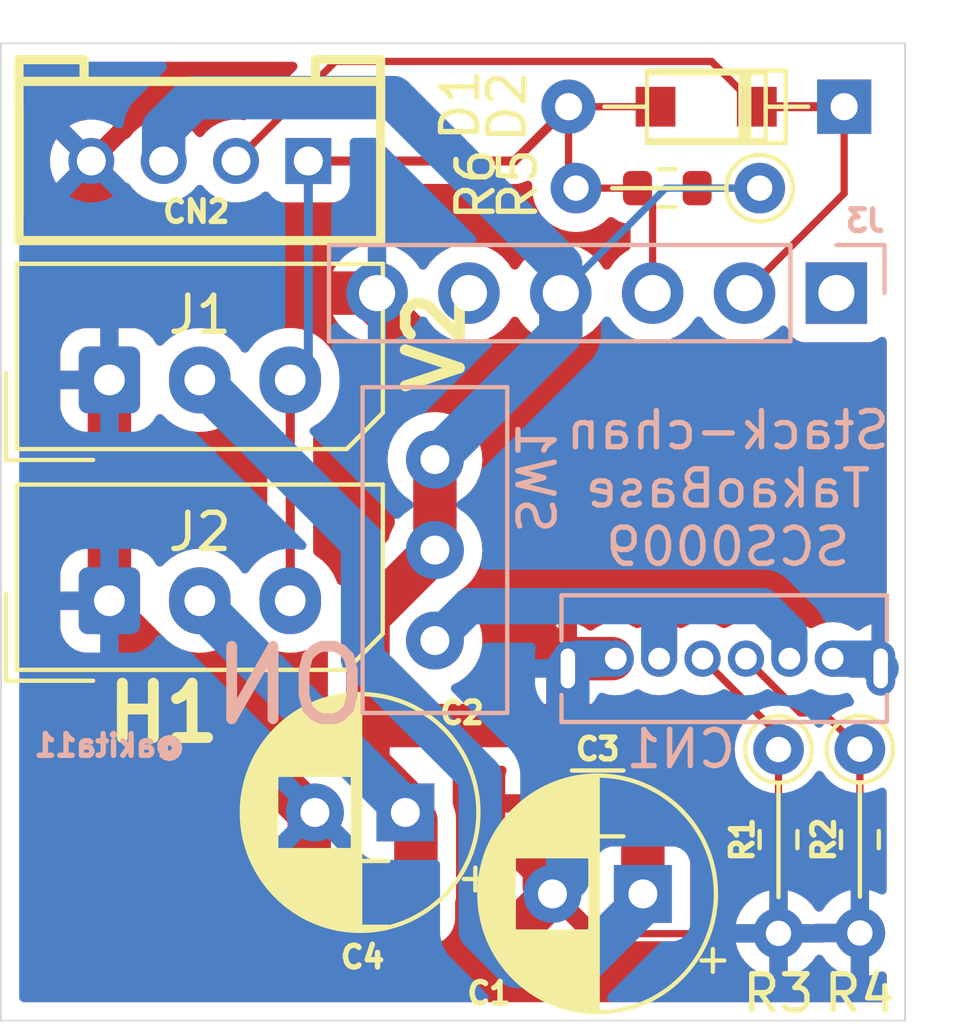
<source format=kicad_pcb>
(kicad_pcb (version 20211014) (generator pcbnew)
  (layers (0 "F.Cu" signal) (31 "B.Cu" signal) (34 "B.Paste" user) (35 "F.Paste" user) (36 "B.SilkS" user "B.Silkscreen") (37 "F.SilkS" user "F.Silkscreen") (38 "B.Mask" user) (39 "F.Mask" user) (44 "Edge.Cuts" user))
  (net 0 "")
  (net 1 "+5V")
  (net 2 "GND")
  (net 3 "Net-(CN1-PadA5)")
  (net 4 "Net-(CN1-PadA9)")
  (net 5 "Net-(CN1-PadB5)")
  (net 6 "/TXD")
  (net 7 "/RXD")
  (footprint "Diode_SMD:D_SOD-123F" (layer "F.Cu") (at 19.5 1.75 180)
    (fp_text reference "D1" (at 6.8 0.05 90) (layer "F.SilkS"))
    (fp_text value "D")
    (fp_line (start -2.2 -1) (end -2.2 1) (layer "F.SilkS") (width 0.12))
    (fp_line (start -2.2 -1) (end 1.65 -1) (layer "F.SilkS") (width 0.12))
    (fp_line (start -2.2 1) (end 1.65 1) (layer "F.SilkS") (width 0.12))
    (pad "1" smd rect locked (at -1.4 0 180) (size 1.1 1.1) (layers "F.Cu" "F.Paste" "F.Mask") (net 6 "/TXD"))
    (pad "2" smd rect locked (at 1.4 0 180) (size 1.1 1.1) (layers "F.Cu" "F.Paste" "F.Mask") (net 7 "/RXD"))
  )
  (footprint "Resistor_SMD:R_0603_1608Metric" (layer "F.Cu") (at 18.425 4 180)
    (fp_text reference "R6" (at 5.3 0.1 90) (layer "F.SilkS"))
    (fp_text value "1k")
    (fp_line (start -0.237258 -0.5225) (end 0.237258 -0.5225) (layer "F.SilkS") (width 0.12))
    (fp_line (start -0.237258 0.5225) (end 0.237258 0.5225) (layer "F.SilkS") (width 0.12))
    (pad "1" smd roundrect (at -0.825 0 180) (size 0.8 0.95) (layers "F.Cu" "F.Paste" "F.Mask") (net 1 "+5V"))
    (pad "2" smd roundrect (at 0.825 0 180) (size 0.8 0.95) (layers "F.Cu" "F.Paste" "F.Mask") (net 7 "/RXD"))
  )
  (footprint "akita:CON_GROVE_V" (layer "F.Cu") (at 5.5 3.25 180)
    (fp_text reference "CN2" (at -0.9 -1.75 180) (layer "F.SilkS") (effects (font (size 0.6 0.6)) (justify right bottom)))
    (fp_text value "CON_GROVE")
    (fp_line (start -5 -2.2) (end 5 -2.2) (layer "F.SilkS") (width 0.254))
    (fp_line (start 3.2 2.8) (end 5 2.8) (layer "F.SilkS") (width 0.254))
    (fp_line (start -3.2 2.2) (end 3.2 2.2) (layer "F.SilkS") (width 0.254))
    (fp_line (start 3.2 2.2) (end 3.2 2.8) (layer "F.SilkS") (width 0.254))
    (fp_line (start -5 2.2) (end -5 2.8) (layer "F.SilkS") (width 0.254))
    (fp_line (start -3.2 2.8) (end -3.2 2.2) (layer "F.SilkS") (width 0.254))
    (fp_line (start 5 -1.5) (end 5 1.5) (layer "F.SilkS") (width 0.254))
    (fp_line (start -5 -2.2) (end -5 2.2) (layer "F.SilkS") (width 0.254))
    (fp_line (start -5 2.8) (end -3.2 2.8) (layer "F.SilkS") (width 0.254))
    (fp_line (start 5 2.8) (end 5 2.2) (layer "F.SilkS") (width 0.254))
    (fp_line (start -5 2.2) (end -3.2 2.2) (layer "F.SilkS") (width 0.254))
    (fp_line (start 5 2.2) (end 5 -2.2) (layer "F.SilkS") (width 0.254))
    (fp_line (start -5 -1) (end -5 1) (layer "F.SilkS") (width 0.127))
    (fp_line (start 3.2 2.2) (end 5 2.2) (layer "F.SilkS") (width 0.254))
    (pad "1" thru_hole rect locked (at -3 0 180) (size 1.27 1.27) (drill 0.8) (layers *.Cu *.Mask) (net 7 "/RXD"))
    (pad "2" thru_hole circle locked (at -1 0 180) (size 1.27 1.27) (drill 0.8) (layers *.Cu *.Mask) (net 6 "/TXD"))
    (pad "3" thru_hole circle locked (at 1 0 180) (size 1.27 1.27) (drill 0.8) (layers *.Cu *.Mask) (net 1 "+5V"))
    (pad "4" thru_hole circle locked (at 3 0 180) (size 1.27 1.27) (drill 0.8) (layers *.Cu *.Mask) (net 2 "GND"))
  )
  (footprint "Capacitor_SMD:C_1206_3216Metric" (layer "F.Cu") (at 16.5 21 180)
    (fp_text reference "C3" (at 0 1.5 180) (layer "F.SilkS") (effects (font (size 0.6 0.6))))
    (fp_text value "100u")
    (fp_line (start -0.711252 -0.91) (end 0.711252 -0.91) (layer "F.SilkS") (width 0.12))
    (fp_line (start -0.711252 0.91) (end 0.711252 0.91) (layer "F.SilkS") (width 0.12))
    (pad "1" smd roundrect locked (at -1.475 0 180) (size 1.15 1.8) (layers "F.Cu" "F.Paste" "F.Mask") (roundrect_rratio 0.2173913043) (net 1 "+5V"))
    (pad "2" smd roundrect locked (at 1.475 0 180) (size 1.15 1.8) (layers "F.Cu" "F.Paste" "F.Mask") (roundrect_rratio 0.2173913043) (net 2 "GND"))
  )
  (footprint "Connector_Molex:Molex_SPOX_5267-03A_1x03_P2.50mm_Vertical" (layer "F.Cu") (at 3 9.3)
    (fp_text reference "J1" (at 2.5 -1.8) (layer "F.SilkS"))
    (fp_text value "Conn_01x03")
    (fp_line (start 7.56 0.91) (end 7.56 -3.21) (layer "F.SilkS") (width 0.12))
    (fp_line (start 7.56 -3.21) (end -2.56 -3.21) (layer "F.SilkS") (width 0.12))
    (fp_line (start 6.56 1.91) (end 7.56 0.91) (layer "F.SilkS") (width 0.12))
    (fp_line (start -2.86 -0.2) (end -2.86 2.21) (layer "F.SilkS") (width 0.12))
    (fp_line (start -2.86 2.21) (end -0.45 2.21) (layer "F.SilkS") (width 0.12))
    (fp_line (start -2.56 1.91) (end 6.56 1.91) (layer "F.SilkS") (width 0.12))
    (fp_line (start -2.56 -3.21) (end -2.56 1.91) (layer "F.SilkS") (width 0.12))
    (pad "1" thru_hole roundrect locked (at 0 0) (size 1.7 1.85) (drill 0.85) (layers *.Cu *.Mask) (roundrect_rratio 0.1470588235) (net 2 "GND"))
    (pad "2" thru_hole oval locked (at 2.5 0) (size 1.7 1.85) (drill 0.85) (layers *.Cu *.Mask) (net 1 "+5V"))
    (pad "3" thru_hole oval locked (at 5 0) (size 1.7 1.85) (drill 0.85) (layers *.Cu *.Mask) (net 7 "/RXD"))
  )
  (footprint "Resistor_SMD:R_0603_1608Metric" (layer "F.Cu") (at 23.75 22 -90)
    (fp_text reference "R2" (at 0 1 90) (layer "F.SilkS") (effects (font (size 0.6 0.6))))
    (fp_text value "5.1k")
    (fp_line (start -0.237258 -0.5225) (end 0.237258 -0.5225) (layer "F.SilkS") (width 0.12))
    (fp_line (start -0.237258 0.5225) (end 0.237258 0.5225) (layer "F.SilkS") (width 0.12))
    (pad "1" smd roundrect locked (at -0.825 0 270) (size 0.8 0.95) (layers "F.Cu" "F.Paste" "F.Mask") (net 3 "Net-(CN1-PadA5)"))
    (pad "2" smd roundrect locked (at 0.825 0 270) (size 0.8 0.95) (layers "F.Cu" "F.Paste" "F.Mask") (net 2 "GND"))
  )
  (footprint "Capacitor_THT:CP_Radial_D6.3mm_P2.50mm" (layer "F.Cu") (at 11.18238 21.25 180)
    (fp_text reference "C2" (at -1.56762 2.75 180) (layer "F.SilkS") (effects (font (size 0.6 0.6))))
    (fp_text value "100u")
    (fp_line (start 3.211 1.04) (end 3.211 2.578) (layer "F.SilkS") (width 0.12))
    (fp_line (start 2.851 1.04) (end 2.851 2.812) (layer "F.SilkS") (width 0.12))
    (fp_line (start 4.251 -1.262) (end 4.251 1.262) (layer "F.SilkS") (width 0.12))
    (fp_line (start 3.131 1.04) (end 3.131 2.636) (layer "F.SilkS") (width 0.12))
    (fp_line (start 1.25 -3.23) (end 1.25 3.23) (layer "F.SilkS") (width 0.12))
    (fp_line (start 3.691 -2.137) (end 3.691 2.137) (layer "F.SilkS") (width 0.12))
    (fp_line (start 2.371 1.04) (end 2.371 3.033) (layer "F.SilkS") (width 0.12))
    (fp_line (start 2.731 1.04) (end 2.731 2.876) (layer "F.SilkS") (width 0.12))
    (fp_line (start 3.771 -2.044) (end 3.771 2.044) (layer "F.SilkS") (width 0.12))
    (fp_line (start 2.491 1.04) (end 2.491 2.986) (layer "F.SilkS") (width 0.12))
    (fp_line (start 2.371 -3.033) (end 2.371 -1.04) (layer "F.SilkS") (width 0.12))
    (fp_line (start 3.811 -1.995) (end 3.811 1.995) (layer "F.SilkS") (width 0.12))
    (fp_line (start 3.731 -2.092) (end 3.731 2.092) (layer "F.SilkS") (width 0.12))
    (fp_line (start 2.171 -3.098) (end 2.171 -1.04) (layer "F.SilkS") (width 0.12))
    (fp_line (start 1.29 -3.23) (end 1.29 3.23) (layer "F.SilkS") (width 0.12))
    (fp_line (start 1.45 -3.224) (end 1.45 3.224) (layer "F.SilkS") (width 0.12))
    (fp_line (start 1.65 1.04) (end 1.65 3.206) (layer "F.SilkS") (width 0.12))
    (fp_line (start 2.931 1.04) (end 2.931 2.766) (layer "F.SilkS") (width 0.12))
    (fp_line (start 2.691 -2.896) (end 2.691 -1.04) (layer "F.SilkS") (width 0.12))
    (fp_line (start 3.371 1.04) (end 3.371 2.45) (layer "F.SilkS") (width 0.12))
    (fp_line (start 2.611 1.04) (end 2.611 2.934) (layer "F.SilkS") (width 0.12))
    (fp_line (start 2.331 -3.047) (end 2.331 -1.04) (layer "F.SilkS") (width 0.12))
    (fp_line (start 1.57 1.04) (end 1.57 3.215) (layer "F.SilkS") (width 0.12))
    (fp_line (start 2.651 -2.916) (end 2.651 -1.04) (layer "F.SilkS") (width 0.12))
    (fp_line (start 2.131 -3.11) (end 2.131 -1.04) (layer "F.SilkS") (width 0.12))
    (fp_line (start 2.451 -3.002) (end 2.451 -1.04) (layer "F.SilkS") (width 0.12))
    (fp_line (start 3.211 -2.578) (end 3.211 -1.04) (layer "F.SilkS") (width 0.12))
    (fp_line (start 4.211 -1.35) (end 4.211 1.35) (layer "F.SilkS") (width 0.12))
    (fp_line (start 2.291 -3.061) (end 2.291 -1.04) (layer "F.SilkS") (width 0.12))
    (fp_line (start 2.331 1.04) (end 2.331 3.047) (layer "F.SilkS") (width 0.12))
    (fp_line (start 4.051 -1.65) (end 4.051 1.65) (layer "F.SilkS") (width 0.12))
    (fp_line (start 1.69 -3.201) (end 1.69 -1.04) (layer "F.SilkS") (width 0.12))
    (fp_line (start 3.651 -2.182) (end 3.651 2.182) (layer "F.SilkS") (width 0.12))
    (fp_line (start 3.131 -2.636) (end 3.131 -1.04) (layer "F.SilkS") (width 0.12))
    (fp_line (start 1.53 -3.218) (end 1.53 -1.04) (layer "F.SilkS") (width 0.12))
    (fp_line (start 1.93 1.04) (end 1.93 3.159) (layer "F.SilkS") (width 0.12))
    (fp_line (start 3.011 1.04) (end 3.011 2.716) (layer "F.SilkS") (width 0.12))
    (fp_line (start 2.091 -3.121) (end 2.091 -1.04) (layer "F.SilkS") (width 0.12))
    (fp_line (start 2.571 -2.952) (end 2.571 -1.04) (layer "F.SilkS") (width 0.12))
    (fp_line (start 2.971 -2.742) (end 2.971 -1.04) (layer "F.SilkS") (width 0.12))
    (fp_line (start 3.251 1.04) (end 3.251 2.548) (layer "F.SilkS") (width 0.12))
    (fp_line (start 4.411 -0.802) (end 4.411 0.802) (layer "F.SilkS") (width 0.12))
    (fp_line (start 2.731 -2.876) (end 2.731 -1.04) (layer "F.SilkS") (width 0.12))
    (fp_line (start 3.611 -2.224) (end 3.611 2.224) (layer "F.SilkS") (width 0.12))
    (fp_line (start 3.451 1.04) (end 3.451 2.38) (layer "F.SilkS") (width 0.12))
    (fp_line (start 1.73 1.04) (end 1.73 3.195) (layer "F.SilkS") (width 0.12))
    (fp_line (start 4.291 -1.165) (end 4.291 1.165) (layer "F.SilkS") (width 0.12))
    (fp_line (start 1.89 1.04) (end 1.89 3.167) (layer "F.SilkS") (width 0.12))
    (fp_line (start 3.291 -2.516) (end 3.291 -1.04) (layer "F.SilkS") (width 0.12))
    (fp_line (start 2.411 1.04) (end 2.411 3.018) (layer "F.SilkS") (width 0.12))
    (fp_line (start 1.77 -3.189) (end 1.77 -1.04) (layer "F.SilkS") (width 0.12))
    (fp_line (start 1.85 1.04) (end 1.85 3.175) (layer "F.SilkS") (width 0.12))
    (fp_line (start 3.051 1.04) (end 3.051 2.69) (layer "F.SilkS") (width 0.12))
    (fp_line (start 1.61 -3.211) (end 1.61 -1.04) (layer "F.SilkS") (width 0.12))
    (fp_line (start 3.491 1.04) (end 3.491 2.343) (layer "F.SilkS") (width 0.12))
    (fp_line (start 1.81 1.04) (end 1.81 3.182) (layer "F.SilkS") (width 0.12))
    (fp_line (start 3.571 -2.265) (end 3.571 2.265) (layer "F.SilkS") (width 0.12))
    (fp_line (start 3.531 -2.305) (end 3.531 -1.04) (layer "F.SilkS") (width 0.12))
    (fp_line (start 4.451 -0.633) (end 4.451 0.633) (layer "F.SilkS") (width 0.12))
    (fp_line (start 2.251 -3.074) (end 2.251 -1.04) (layer "F.SilkS") (width 0.12))
    (fp_line (start 3.971 -1.776) (end 3.971 1.776) (layer "F.SilkS") (width 0.12))
    (fp_line (start -2.250241 -1.839) (end -1.620241 -1.839) (layer "F.SilkS") (width 0.12))
    (fp_line (start 2.251 1.04) (end 2.251 3.074) (layer "F.SilkS") (width 0.12))
    (fp_line (start 1.73 -3.195) (end 1.73 -1.04) (layer "F.SilkS") (width 0.12))
    (fp_line (start 3.531 1.04) (end 3.531 2.305) (layer "F.SilkS") (width 0.12))
    (fp_line (start 3.171 1.04) (end 3.171 2.607) (layer "F.SilkS") (width 0.12))
    (fp_line (start 4.371 -0.94) (end 4.371 0.94) (layer "F.SilkS") (width 0.12))
    (fp_line (start 3.371 -2.45) (end 3.371 -1.04) (layer "F.SilkS") (width 0.12))
    (fp_line (start 1.69 1.04) (end 1.69 3.201) (layer "F.SilkS") (width 0.12))
    (fp_line (start 2.531 1.04) (end 2.531 2.97) (layer "F.SilkS") (width 0.12))
    (fp_line (start 2.891 1.04) (end 2.891 2.79) (layer "F.SilkS") (width 0.12))
    (fp_line (start 1.971 -3.15) (end 1.971 -1.04) (layer "F.SilkS") (width 0.12))
    (fp_line (start 2.211 1.04) (end 2.211 3.086) (layer "F.SilkS") (width 0.12))
    (fp_line (start 2.531 -2.97) (end 2.531 -1.04) (layer "F.SilkS") (width 0.12))
    (fp_line (start 4.331 -1.059) (end 4.331 1.059) (layer "F.SilkS") (width 0.12))
    (fp_line (start 4.091 -1.581) (end 4.091 1.581) (layer "F.SilkS") (width 0.12))
    (fp_line (start 2.171 1.04) (end 2.171 3.098) (layer "F.SilkS") (width 0.12))
    (fp_line (start 3.051 -2.69) (end 3.051 -1.04) (layer "F.SilkS") (width 0.12))
    (fp_line (start 4.011 -1.714) (end 4.011 1.714) (layer "F.SilkS") (width 0.12))
    (fp_line (start 2.971 1.04) (end 2.971 2.742) (layer "F.SilkS") (width 0.12))
    (fp_line (start 3.931 -1.834) (end 3.931 1.834) (layer "F.SilkS") (width 0.12))
    (fp_line (start 2.211 -3.086) (end 2.211 -1.04) (layer "F.SilkS") (width 0.12))
    (fp_line (start -1.935241 -2.154) (end -1.935241 -1.524) (layer "F.SilkS") (width 0.12))
    (fp_line (start 1.49 -3.222) (end 1.49 -1.04) (layer "F.SilkS") (width 0.12))
    (fp_line (start 1.41 -3.227) (end 1.41 3.227) (layer "F.SilkS") (width 0.12))
    (fp_line (start 1.89 -3.167) (end 1.89 -1.04) (layer "F.SilkS") (width 0.12))
    (fp_line (start 3.331 -2.484) (end 3.331 -1.04) (layer "F.SilkS") (width 0.12))
    (fp_line (start 3.451 -2.38) (end 3.451 -1.04) (layer "F.SilkS") (width 0.12))
    (fp_line (start 2.411 -3.018) (end 2.411 -1.04) (layer "F.SilkS") (width 0.12))
    (fp_line (start 4.131 -1.509) (end 4.131 1.509) (layer "F.SilkS") (width 0.12))
    (fp_line (start 3.251 -2.548) (end 3.251 -1.04) (layer "F.SilkS") (width 0.12))
    (fp_line (start 3.091 1.04) (end 3.091 2.664) (layer "F.SilkS") (width 0.12))
    (fp_line (start 2.131 1.04) (end 2.131 3.11) (layer "F.SilkS") (width 0.12))
    (fp_line (start 1.61 1.04) (end 1.61 3.211) (layer "F.SilkS") (width 0.12))
    (fp_line (start 3.011 -2.716) (end 3.011 -1.04) (layer "F.SilkS") (width 0.12))
    (fp_line (start 4.171 -1.432) (end 4.171 1.432) (layer "F.SilkS") (width 0.12))
    (fp_line (start 1.49 1.04) (end 1.49 3.222) (layer "F.SilkS") (width 0.12))
    (fp_line (start 1.37 -3.228) (end 1.37 3.228) (layer "F.SilkS") (width 0.12))
    (fp_line (start 3.411 1.04) (end 3.411 2.416) (layer "F.SilkS") (width 0.12))
    (fp_line (start 3.091 -2.664) (end 3.091 -1.04) (layer "F.SilkS") (width 0.12))
    (fp_line (start 4.491 -0.402) (end 4.491 0.402) (layer "F.SilkS") (width 0.12))
    (fp_line (start 2.011 -3.141) (end 2.011 -1.04) (layer "F.SilkS") (width 0.12))
    (fp_line (start 1.65 -3.206) (end 1.65 -1.04) (layer "F.SilkS") (width 0.12))
    (fp_line (start 2.051 -3.131) (end 2.051 -1.04) (layer "F.SilkS") (width 0.12))
    (fp_line (start 3.891 -1.89) (end 3.891 1.89) (layer "F.SilkS") (width 0.12))
    (fp_line (start 1.57 -3.215) (end 1.57 -1.04) (layer "F.SilkS") (width 0.12))
    (fp_line (start 1.81 -3.182) (end 1.81 -1.04) (layer "F.SilkS") (width 0.12))
    (fp_line (start 3.411 -2.416) (end 3.411 -1.04) (layer "F.SilkS") (width 0.12))
    (fp_line (start 2.451 1.04) (end 2.451 3.002) (layer "F.SilkS") (width 0.12))
    (fp_line (start 2.891 -2.79) (end 2.891 -1.04) (layer "F.SilkS") (width 0.12))
    (fp_line (start 2.011 1.04) (end 2.011 3.141) (layer "F.SilkS") (width 0.12))
    (fp_line (start 2.811 1.04) (end 2.811 2.834) (layer "F.SilkS") (width 0.12))
    (fp_line (start 2.571 1.04) (end 2.571 2.952) (layer "F.SilkS") (width 0.12))
    (fp_line (start 1.77 1.04) (end 1.77 3.189) (layer "F.SilkS") (width 0.12))
    (fp_line (start 1.85 -3.175) (end 1.85 -1.04) (layer "F.SilkS") (width 0.12))
    (fp_line (start 1.93 -3.159) (end 1.93 -1.04) (layer "F.SilkS") (width 0.12))
    (fp_line (start 2.691 1.04) (end 2.691 2.896) (layer "F.SilkS") (width 0.12))
    (fp_line (start 2.811 -2.834) (end 2.811 -1.04) (layer "F.SilkS") (width 0.12))
    (fp_line (start 3.851 -1.944) (end 3.851 1.944) (layer "F.SilkS") (width 0.12))
    (fp_line (start 2.051 1.04) (end 2.051 3.131) (layer "F.SilkS") (width 0.12))
    (fp_line (start 2.291 1.04) (end 2.291 3.061) (layer "F.SilkS") (width 0.12))
    (fp_line (start 1.53 1.04) (end 1.53 3.218) (layer "F.SilkS") (width 0.12))
    (fp_line (start 1.33 -3.23) (end 1.33 3.23) (layer "F.SilkS") (width 0.12))
    (fp_line (start 2.091 1.04) (end 2.091 3.121) (layer "F.SilkS") (width 0.12))
    (fp_line (start 2.851 -2.812) (end 2.851 -1.04) (layer "F.SilkS") (width 0.12))
    (fp_line (start 2.491 -2.986) (end 2.491 -1.04) (layer "F.SilkS") (width 0.12))
    (fp_line (start 3.291 1.04) (end 3.291 2.516) (layer "F.SilkS") (width 0.12))
    (fp_line (start 2.611 -2.934) (end 2.611 -1.04) (layer "F.SilkS") (width 0.12))
    (fp_line (start 2.771 1.04) (end 2.771 2.856) (layer "F.SilkS") (width 0.12))
    (fp_line (start 2.651 1.04) (end 2.651 2.916) (layer "F.SilkS") (width 0.12))
    (fp_line (start 2.771 -2.856) (end 2.771 -1.04) (layer "F.SilkS") (width 0.12))
    (fp_line (start 2.931 -2.766) (end 2.931 -1.04) (layer "F.SilkS") (width 0.12))
    (fp_line (start 3.331 1.04) (end 3.331 2.484) (layer "F.SilkS") (width 0.12))
    (fp_line (start 3.171 -2.607) (end 3.171 -1.04) (layer "F.SilkS") (width 0.12))
    (fp_line (start 3.491 -2.343) (end 3.491 -1.04) (layer "F.SilkS") (width 0.12))
    (fp_line (start 1.971 1.04) (end 1.971 3.15) (layer "F.SilkS") (width 0.12))
    (fp_circle (center 1.25 0) (end 4.52 0) (layer "F.SilkS") (width 0.12) (fill none))
    (pad "1" thru_hole rect locked (at 0 0 180) (size 1.6 1.6) (drill 0.8) (layers *.Cu *.Mask) (net 1 "+5V"))
    (pad "2" thru_hole circle locked (at 2.5 0 180) (size 1.6 1.6) (drill 0.8) (layers *.Cu *.Mask) (net 2 "GND"))
  )
  (footprint "Resistor_THT:R_Axial_DIN0204_L3.6mm_D1.6mm_P5.08mm_Vertical" (layer "F.Cu") (at 21.5 19.51 -90)
    (fp_text reference "R3" (at 6.74 0 180) (layer "F.SilkS"))
    (fp_text value "5.1k")
    (fp_line (start 0.92 0) (end 4.08 0) (layer "F.SilkS") (width 0.12))
    (fp_circle (center 0 0) (end 0.92 0) (layer "F.SilkS") (width 0.12) (fill none))
    (pad "1" thru_hole circle locked (at 0 0 270) (size 1.4 1.4) (drill 0.7) (layers *.Cu *.Mask) (net 5 "Net-(CN1-PadB5)"))
    (pad "2" thru_hole oval locked (at 5.08 0 270) (size 1.4 1.4) (drill 0.7) (layers *.Cu *.Mask) (net 2 "GND"))
  )
  (footprint "Resistor_THT:R_Axial_DIN0204_L3.6mm_D1.6mm_P5.08mm_Vertical" (layer "F.Cu") (at 23.75 19.5 -90)
    (fp_text reference "R4" (at 6.75 0 180) (layer "F.SilkS"))
    (fp_text value "5.1k")
    (fp_line (start 0.92 0) (end 4.08 0) (layer "F.SilkS") (width 0.12))
    (fp_circle (center 0 0) (end 0.92 0) (layer "F.SilkS") (width 0.12) (fill none))
    (pad "1" thru_hole circle locked (at 0 0 270) (size 1.4 1.4) (drill 0.7) (layers *.Cu *.Mask) (net 3 "Net-(CN1-PadA5)"))
    (pad "2" thru_hole oval locked (at 5.08 0 270) (size 1.4 1.4) (drill 0.7) (layers *.Cu *.Mask) (net 2 "GND"))
  )
  (footprint "Capacitor_SMD:C_1206_3216Metric" (layer "F.Cu") (at 10 23.5 180)
    (fp_text reference "C4" (at 0 -1.75) (layer "F.SilkS") (effects (font (size 0.6 0.6))))
    (fp_text value "100u")
    (fp_line (start -0.711252 -0.91) (end 0.711252 -0.91) (layer "F.SilkS") (width 0.12))
    (fp_line (start -0.711252 0.91) (end 0.711252 0.91) (layer "F.SilkS") (width 0.12))
    (pad "1" smd roundrect locked (at -1.475 0 180) (size 1.15 1.8) (layers "F.Cu" "F.Paste" "F.Mask") (roundrect_rratio 0.2173913043) (net 1 "+5V"))
    (pad "2" smd roundrect locked (at 1.475 0 180) (size 1.15 1.8) (layers "F.Cu" "F.Paste" "F.Mask") (roundrect_rratio 0.2173913043) (net 2 "GND"))
  )
  (footprint "Diode_THT:D_DO-34_SOD68_P7.62mm_Horizontal" (layer "F.Cu") (at 23.315 1.75 180)
    (fp_text reference "D2" (at 9.315 0 90) (layer "F.SilkS"))
    (fp_text value "D")
    (fp_line (start 2.866 -0.92) (end 2.866 0.92) (layer "F.SilkS") (width 0.12))
    (fp_line (start 2.746 -0.92) (end 2.746 0.92) (layer "F.SilkS") (width 0.12))
    (fp_line (start 5.45 0.92) (end 5.45 -0.92) (layer "F.SilkS") (width 0.12))
    (fp_line (start 2.17 -0.92) (end 2.17 0.92) (layer "F.SilkS") (width 0.12))
    (fp_line (start 2.17 0.92) (end 5.45 0.92) (layer "F.SilkS") (width 0.12))
    (fp_line (start 0.99 0) (end 2.17 0) (layer "F.SilkS") (width 0.12))
    (fp_line (start 5.45 -0.92) (end 2.17 -0.92) (layer "F.SilkS") (width 0.12))
    (fp_line (start 2.626 -0.92) (end 2.626 0.92) (layer "F.SilkS") (width 0.12))
    (fp_line (start 6.63 0) (end 5.45 0) (layer "F.SilkS") (width 0.12))
    (pad "1" thru_hole rect locked (at 0 0 180) (size 1.5 1.5) (drill 0.75) (layers *.Cu *.Mask) (net 6 "/TXD"))
    (pad "2" thru_hole oval locked (at 7.62 0 180) (size 1.5 1.5) (drill 0.75) (layers *.Cu *.Mask) (net 7 "/RXD"))
  )
  (footprint "Capacitor_THT:CP_Radial_D6.3mm_P2.50mm" (layer "F.Cu") (at 17.75 23.5 180)
    (fp_text reference "C1" (at 4.25 -2.75) (layer "F.SilkS") (effects (font (size 0.6 0.6))))
    (fp_text value "100u")
    (fp_line (start 2.651 1.04) (end 2.651 2.916) (layer "F.SilkS") (width 0.12))
    (fp_line (start 1.69 -3.201) (end 1.69 -1.04) (layer "F.SilkS") (width 0.12))
    (fp_line (start 2.891 -2.79) (end 2.891 -1.04) (layer "F.SilkS") (width 0.12))
    (fp_line (start 1.61 1.04) (end 1.61 3.211) (layer "F.SilkS") (width 0.12))
    (fp_line (start 1.85 -3.175) (end 1.85 -1.04) (layer "F.SilkS") (width 0.12))
    (fp_line (start 3.091 -2.664) (end 3.091 -1.04) (layer "F.SilkS") (width 0.12))
    (fp_line (start 4.331 -1.059) (end 4.331 1.059) (layer "F.SilkS") (width 0.12))
    (fp_line (start 3.611 -2.224) (end 3.611 2.224) (layer "F.SilkS") (width 0.12))
    (fp_line (start 2.851 -2.812) (end 2.851 -1.04) (layer "F.SilkS") (width 0.12))
    (fp_line (start 2.691 1.04) (end 2.691 2.896) (layer "F.SilkS") (width 0.12))
    (fp_line (start 3.771 -2.044) (end 3.771 2.044) (layer "F.SilkS") (width 0.12))
    (fp_line (start 2.171 1.04) (end 2.171 3.098) (layer "F.SilkS") (width 0.12))
    (fp_line (start 3.371 -2.45) (end 3.371 -1.04) (layer "F.SilkS") (width 0.12))
    (fp_line (start 1.61 -3.211) (end 1.61 -1.04) (layer "F.SilkS") (width 0.12))
    (fp_line (start 2.091 -3.121) (end 2.091 -1.04) (layer "F.SilkS") (width 0.12))
    (fp_line (start 2.291 -3.061) (end 2.291 -1.04) (layer "F.SilkS") (width 0.12))
    (fp_line (start 3.091 1.04) (end 3.091 2.664) (layer "F.SilkS") (width 0.12))
    (fp_line (start 1.73 -3.195) (end 1.73 -1.04) (layer "F.SilkS") (width 0.12))
    (fp_line (start 3.251 -2.548) (end 3.251 -1.04) (layer "F.SilkS") (width 0.12))
    (fp_line (start 2.891 1.04) (end 2.891 2.79) (layer "F.SilkS") (width 0.12))
    (fp_line (start 2.491 1.04) (end 2.491 2.986) (layer "F.SilkS") (width 0.12))
    (fp_line (start 1.65 1.04) (end 1.65 3.206) (layer "F.SilkS") (width 0.12))
    (fp_line (start 1.77 1.04) (end 1.77 3.189) (layer "F.SilkS") (width 0.12))
    (fp_line (start 4.091 -1.581) (end 4.091 1.581) (layer "F.SilkS") (width 0.12))
    (fp_line (start 4.171 -1.432) (end 4.171 1.432) (layer "F.SilkS") (width 0.12))
    (fp_line (start 2.051 1.04) (end 2.051 3.131) (layer "F.SilkS") (width 0.12))
    (fp_line (start 2.411 1.04) (end 2.411 3.018) (layer "F.SilkS") (width 0.12))
    (fp_line (start 3.211 1.04) (end 3.211 2.578) (layer "F.SilkS") (width 0.12))
    (fp_line (start 4.411 -0.802) (end 4.411 0.802) (layer "F.SilkS") (width 0.12))
    (fp_line (start 1.93 -3.159) (end 1.93 -1.04) (layer "F.SilkS") (width 0.12))
    (fp_line (start 2.731 -2.876) (end 2.731 -1.04) (layer "F.SilkS") (width 0.12))
    (fp_line (start 3.531 1.04) (end 3.531 2.305) (layer "F.SilkS") (width 0.12))
    (fp_line (start 4.251 -1.262) (end 4.251 1.262) (layer "F.SilkS") (width 0.12))
    (fp_line (start 3.651 -2.182) (end 3.651 2.182) (layer "F.SilkS") (width 0.12))
    (fp_line (start 2.771 -2.856) (end 2.771 -1.04) (layer "F.SilkS") (width 0.12))
    (fp_line (start 4.131 -1.509) (end 4.131 1.509) (layer "F.SilkS") (width 0.12))
    (fp_line (start 2.091 1.04) (end 2.091 3.121) (layer "F.SilkS") (width 0.12))
    (fp_line (start 2.971 -2.742) (end 2.971 -1.04) (layer "F.SilkS") (width 0.12))
    (fp_line (start 3.411 1.04) (end 3.411 2.416) (layer "F.SilkS") (width 0.12))
    (fp_line (start 1.57 -3.215) (end 1.57 -1.04) (layer "F.SilkS") (width 0.12))
    (fp_line (start 2.491 -2.986) (end 2.491 -1.04) (layer "F.SilkS") (width 0.12))
    (fp_line (start 2.131 -3.11) (end 2.131 -1.04) (layer "F.SilkS") (width 0.12))
    (fp_line (start 2.971 1.04) (end 2.971 2.742) (layer "F.SilkS") (width 0.12))
    (fp_line (start 3.571 -2.265) (end 3.571 2.265) (layer "F.SilkS") (width 0.12))
    (fp_line (start 3.171 -2.607) (end 3.171 -1.04) (layer "F.SilkS") (width 0.12))
    (fp_line (start 2.171 -3.098) (end 2.171 -1.04) (layer "F.SilkS") (width 0.12))
    (fp_line (start 1.81 -3.182) (end 1.81 -1.04) (layer "F.SilkS") (width 0.12))
    (fp_line (start 3.971 -1.776) (end 3.971 1.776) (layer "F.SilkS") (width 0.12))
    (fp_line (start 2.691 -2.896) (end 2.691 -1.04) (layer "F.SilkS") (width 0.12))
    (fp_line (start 2.011 -3.141) (end 2.011 -1.04) (layer "F.SilkS") (width 0.12))
    (fp_line (start 2.931 -2.766) (end 2.931 -1.04) (layer "F.SilkS") (width 0.12))
    (fp_line (start 2.331 1.04) (end 2.331 3.047) (layer "F.SilkS") (width 0.12))
    (fp_line (start 1.65 -3.206) (end 1.65 -1.04) (layer "F.SilkS") (width 0.12))
    (fp_line (start 1.85 1.04) (end 1.85 3.175) (layer "F.SilkS") (width 0.12))
    (fp_line (start -2.250241 -1.839) (end -1.620241 -1.839) (layer "F.SilkS") (width 0.12))
    (fp_line (start 1.53 1.04) (end 1.53 3.218) (layer "F.SilkS") (width 0.12))
    (fp_line (start 3.731 -2.092) (end 3.731 2.092) (layer "F.SilkS") (width 0.12))
    (fp_line (start 3.331 -2.484) (end 3.331 -1.04) (layer "F.SilkS") (width 0.12))
    (fp_line (start 3.291 1.04) (end 3.291 2.516) (layer "F.SilkS") (width 0.12))
    (fp_line (start -1.935241 -2.154) (end -1.935241 -1.524) (layer "F.SilkS") (width 0.12))
    (fp_line (start 3.011 1.04) (end 3.011 2.716) (layer "F.SilkS") (width 0.12))
    (fp_line (start 3.171 1.04) (end 3.171 2.607) (layer "F.SilkS") (width 0.12))
    (fp_line (start 2.651 -2.916) (end 2.651 -1.04) (layer "F.SilkS") (width 0.12))
    (fp_line (start 3.211 -2.578) (end 3.211 -1.04) (layer "F.SilkS") (width 0.12))
    (fp_line (start 3.331 1.04) (end 3.331 2.484) (layer "F.SilkS") (width 0.12))
    (fp_line (start 2.051 -3.131) (end 2.051 -1.04) (layer "F.SilkS") (width 0.12))
    (fp_line (start 1.33 -3.23) (end 1.33 3.23) (layer "F.SilkS") (width 0.12))
    (fp_line (start 3.691 -2.137) (end 3.691 2.137) (layer "F.SilkS") (width 0.12))
    (fp_line (start 2.371 -3.033) (end 2.371 -1.04) (layer "F.SilkS") (width 0.12))
    (fp_line (start 1.53 -3.218) (end 1.53 -1.04) (layer "F.SilkS") (width 0.12))
    (fp_line (start 4.451 -0.633) (end 4.451 0.633) (layer "F.SilkS") (width 0.12))
    (fp_line (start 2.571 1.04) (end 2.571 2.952) (layer "F.SilkS") (width 0.12))
    (fp_line (start 2.531 -2.97) (end 2.531 -1.04) (layer "F.SilkS") (width 0.12))
    (fp_line (start 2.811 -2.834) (end 2.811 -1.04) (layer "F.SilkS") (width 0.12))
    (fp_line (start 3.931 -1.834) (end 3.931 1.834) (layer "F.SilkS") (width 0.12))
    (fp_line (start 4.051 -1.65) (end 4.051 1.65) (layer "F.SilkS") (width 0.12))
    (fp_line (start 2.371 1.04) (end 2.371 3.033) (layer "F.SilkS") (width 0.12))
    (fp_line (start 3.451 -2.38) (end 3.451 -1.04) (layer "F.SilkS") (width 0.12))
    (fp_line (start 1.49 1.04) (end 1.49 3.222) (layer "F.SilkS") (width 0.12))
    (fp_line (start 3.531 -2.305) (end 3.531 -1.04) (layer "F.SilkS") (width 0.12))
    (fp_line (start 3.131 1.04) (end 3.131 2.636) (layer "F.SilkS") (width 0.12))
    (fp_line (start 3.131 -2.636) (end 3.131 -1.04) (layer "F.SilkS") (width 0.12))
    (fp_line (start 3.051 -2.69) (end 3.051 -1.04) (layer "F.SilkS") (width 0.12))
    (fp_line (start 2.571 -2.952) (end 2.571 -1.04) (layer "F.SilkS") (width 0.12))
    (fp_line (start 1.971 1.04) (end 1.971 3.15) (layer "F.SilkS") (width 0.12))
    (fp_line (start 3.891 -1.89) (end 3.891 1.89) (layer "F.SilkS") (width 0.12))
    (fp_line (start 1.41 -3.227) (end 1.41 3.227) (layer "F.SilkS") (width 0.12))
    (fp_line (start 2.771 1.04) (end 2.771 2.856) (layer "F.SilkS") (width 0.12))
    (fp_line (start 3.491 -2.343) (end 3.491 -1.04) (layer "F.SilkS") (width 0.12))
    (fp_line (start 1.89 -3.167) (end 1.89 -1.04) (layer "F.SilkS") (width 0.12))
    (fp_line (start 2.291 1.04) (end 2.291 3.061) (layer "F.SilkS") (width 0.12))
    (fp_line (start 1.93 1.04) (end 1.93 3.159) (layer "F.SilkS") (width 0.12))
    (fp_line (start 1.89 1.04) (end 1.89 3.167) (layer "F.SilkS") (width 0.12))
    (fp_line (start 2.331 -3.047) (end 2.331 -1.04) (layer "F.SilkS") (width 0.12))
    (fp_line (start 2.251 -3.074) (end 2.251 -1.04) (layer "F.SilkS") (width 0.12))
    (fp_line (start 1.37 -3.228) (end 1.37 3.228) (layer "F.SilkS") (width 0.12))
    (fp_line (start 2.131 1.04) (end 2.131 3.11) (layer "F.SilkS") (width 0.12))
    (fp_line (start 4.011 -1.714) (end 4.011 1.714) (layer "F.SilkS") (width 0.12))
    (fp_line (start 1.81 1.04) (end 1.81 3.182) (layer "F.SilkS") (width 0.12))
    (fp_line (start 1.49 -3.222) (end 1.49 -1.04) (layer "F.SilkS") (width 0.12))
    (fp_line (start 1.971 -3.15) (end 1.971 -1.04) (layer "F.SilkS") (width 0.12))
    (fp_line (start 2.931 1.04) (end 2.931 2.766) (layer "F.SilkS") (width 0.12))
    (fp_line (start 3.811 -1.995) (end 3.811 1.995) (layer "F.SilkS") (width 0.12))
    (fp_line (start 1.45 -3.224) (end 1.45 3.224) (layer "F.SilkS") (width 0.12))
    (fp_line (start 2.451 1.04) (end 2.451 3.002) (layer "F.SilkS") (width 0.12))
    (fp_line (start 2.251 1.04) (end 2.251 3.074) (layer "F.SilkS") (width 0.12))
    (fp_line (start 3.371 1.04) (end 3.371 2.45) (layer "F.SilkS") (width 0.12))
    (fp_line (start 3.411 -2.416) (end 3.411 -1.04) (layer "F.SilkS") (width 0.12))
    (fp_line (start 3.051 1.04) (end 3.051 2.69) (layer "F.SilkS") (width 0.12))
    (fp_line (start 4.371 -0.94) (end 4.371 0.94) (layer "F.SilkS") (width 0.12))
    (fp_line (start 1.25 -3.23) (end 1.25 3.23) (layer "F.SilkS") (width 0.12))
    (fp_line (start 1.29 -3.23) (end 1.29 3.23) (layer "F.SilkS") (width 0.12))
    (fp_line (start 1.77 -3.189) (end 1.77 -1.04) (layer "F.SilkS") (width 0.12))
    (fp_line (start 1.73 1.04) (end 1.73 3.195) (layer "F.SilkS") (width 0.12))
    (fp_line (start 4.211 -1.35) (end 4.211 1.35) (layer "F.SilkS") (width 0.12))
    (fp_line (start 2.611 1.04) (end 2.611 2.934) (layer "F.SilkS") (width 0.12))
    (fp_line (start 2.011 1.04) (end 2.011 3.141) (layer "F.SilkS") (width 0.12))
    (fp_line (start 2.851 1.04) (end 2.851 2.812) (layer "F.SilkS") (width 0.12))
    (fp_line (start 4.291 -1.165) (end 4.291 1.165) (layer "F.SilkS") (width 0.12))
    (fp_line (start 2.611 -2.934) (end 2.611 -1.04) (layer "F.SilkS") (width 0.12))
    (fp_line (start 1.57 1.04) (end 1.57 3.215) (layer "F.SilkS") (width 0.12))
    (fp_line (start 2.211 -3.086) (end 2.211 -1.04) (layer "F.SilkS") (width 0.12))
    (fp_line (start 2.531 1.04) (end 2.531 2.97) (layer "F.SilkS") (width 0.12))
    (fp_line (start 2.411 -3.018) (end 2.411 -1.04) (layer "F.SilkS") (width 0.12))
    (fp_line (start 3.291 -2.516) (end 3.291 -1.04) (layer "F.SilkS") (width 0.12))
    (fp_line (start 2.451 -3.002) (end 2.451 -1.04) (layer "F.SilkS") (width 0.12))
    (fp_line (start 1.69 1.04) (end 1.69 3.201) (layer "F.SilkS") (width 0.12))
    (fp_line (start 3.251 1.04) (end 3.251 2.548) (layer "F.SilkS") (width 0.12))
    (fp_line (start 3.491 1.04) (end 3.491 2.343) (layer "F.SilkS") (width 0.12))
    (fp_line (start 2.731 1.04) (end 2.731 2.876) (layer "F.SilkS") (width 0.12))
    (fp_line (start 3.451 1.04) (end 3.451 2.38) (layer "F.SilkS") (width 0.12))
    (fp_line (start 3.851 -1.944) (end 3.851 1.944) (layer "F.SilkS") (width 0.12))
    (fp_line (start 2.811 1.04) (end 2.811 2.834) (layer "F.SilkS") (width 0.12))
    (fp_line (start 2.211 1.04) (end 2.211 3.086) (layer "F.SilkS") (width 0.12))
    (fp_line (start 3.011 -2.716) (end 3.011 -1.04) (layer "F.SilkS") (width 0.12))
    (fp_line (start 4.491 -0.402) (end 4.491 0.402) (layer "F.SilkS") (width 0.12))
    (fp_circle (center 1.25 0) (end 4.52 0) (layer "F.SilkS") (width 0.12) (fill none))
    (pad "1" thru_hole rect locked (at 0 0 180) (size 1.6 1.6) (drill 0.8) (layers *.Cu *.Mask) (net 1 "+5V"))
    (pad "2" thru_hole circle locked (at 2.5 0 180) (size 1.6 1.6) (drill 0.8) (layers *.Cu *.Mask) (net 2 "GND"))
  )
  (footprint "Resistor_SMD:R_0603_1608Metric" (layer "F.Cu") (at 21.5 22 -90)
    (fp_text reference "R1" (at 0 1 90) (layer "F.SilkS") (effects (font (size 0.6 0.6))))
    (fp_text value "5.1k")
    (fp_line (start -0.237258 -0.5225) (end 0.237258 -0.5225) (layer "F.SilkS") (width 0.12))
    (fp_line (start -0.237258 0.5225) (end 0.237258 0.5225) (layer "F.SilkS") (width 0.12))
    (pad "1" smd roundrect locked (at -0.825 0 270) (size 0.8 0.95) (layers "F.Cu" "F.Paste" "F.Mask") (net 5 "Net-(CN1-PadB5)"))
    (pad "2" smd roundrect locked (at 0.825 0 270) (size 0.8 0.95) (layers "F.Cu" "F.Paste" "F.Mask") (net 2 "GND"))
  )
  (footprint "Connector_Molex:Molex_SPOX_5267-03A_1x03_P2.50mm_Vertical" (layer "F.Cu") (at 3 15.4)
    (fp_text reference "J2" (at 2.5 -1.9) (layer "F.SilkS"))
    (fp_text value "Conn_01x03")
    (fp_line (start -2.86 2.21) (end -0.45 2.21) (layer "F.SilkS") (width 0.12))
    (fp_line (start 7.56 0.91) (end 7.56 -3.21) (layer "F.SilkS") (width 0.12))
    (fp_line (start 6.56 1.91) (end 7.56 0.91) (layer "F.SilkS") (width 0.12))
    (fp_line (start 7.56 -3.21) (end -2.56 -3.21) (layer "F.SilkS") (width 0.12))
    (fp_line (start -2.56 -3.21) (end -2.56 1.91) (layer "F.SilkS") (width 0.12))
    (fp_line (start -2.56 1.91) (end 6.56 1.91) (layer "F.SilkS") (width 0.12))
    (fp_line (start -2.86 -0.2) (end -2.86 2.21) (layer "F.SilkS") (width 0.12))
    (pad "1" thru_hole roundrect locked (at 0 0) (size 1.7 1.85) (drill 0.85) (layers *.Cu *.Mask) (roundrect_rratio 0.1470588235) (net 2 "GND"))
    (pad "2" thru_hole oval locked (at 2.5 0) (size 1.7 1.85) (drill 0.85) (layers *.Cu *.Mask) (net 1 "+5V"))
    (pad "3" thru_hole oval locked (at 5 0) (size 1.7 1.85) (drill 0.85) (layers *.Cu *.Mask) (net 7 "/RXD"))
  )
  (footprint "Resistor_THT:R_Axial_DIN0204_L3.6mm_D1.6mm_P5.08mm_Vertical" (layer "F.Cu") (at 20.98 4 180)
    (fp_text reference "R5" (at 6.68 0.1 90) (layer "F.SilkS"))
    (fp_text value "1k")
    (fp_line (start 0.92 0) (end 4.08 0) (layer "F.SilkS") (width 0.12))
    (fp_circle (center 0 0) (end 0.92 0) (layer "F.SilkS") (width 0.12) (fill none))
    (pad "1" thru_hole circle (at 0 0 180) (size 1.4 1.4) (drill 0.7) (layers *.Cu *.Mask) (net 1 "+5V"))
    (pad "2" thru_hole oval (at 5.08 0 180) (size 1.4 1.4) (drill 0.7) (layers *.Cu *.Mask) (net 7 "/RXD"))
  )
  (footprint "akita:SW_SPDT_9x4mm_W2.5mm" (layer "B.Cu") (at 12 14 90)
    (fp_text reference "SW1" (at 2 2.75 270 unlocked) (layer "B.SilkS") (effects (justify mirror)))
    (fp_text value "SW_SPDT")
    (fp_line (start 4.5 2) (end 4.5 -2) (layer "B.SilkS") (width 0.12))
    (fp_line (start -4.5 -2) (end -4.5 2) (layer "B.SilkS") (width 0.12))
    (fp_line (start 4.5 -2) (end -4.5 -2) (layer "B.SilkS") (width 0.12))
    (fp_line (start -4.5 2) (end 4.5 2) (layer "B.SilkS") (width 0.12))
    (pad "1" thru_hole circle (at -2.5 0 90) (size 1.6 1.6) (drill 0.8) (layers *.Cu *.Mask) (net 4 "Net-(CN1-PadA9)"))
    (pad "2" thru_hole circle (at 0 0 90) (size 1.6 1.6) (drill 0.8) (layers *.Cu *.Mask) (net 1 "+5V"))
    (pad "3" thru_hole circle (at 2.5 0 90) (size 1.6 1.6) (drill 0.8) (layers *.Cu *.Mask) (net 1 "+5V"))
  )
  (footprint "akita:USB-C_6P_V_TH" (layer "B.Cu") (at 20 17 180)
    (fp_text reference "CN1" (at 1.2 -2.5 unlocked) (layer "B.SilkS") (effects (justify mirror)))
    (fp_text value "CON_USB-C-6")
    (fp_line (start 4.5 -1.75) (end 4.5 -1) (layer "B.SilkS") (width 0.12))
    (fp_line (start -4.5 -1.75) (end 4.5 -1.75) (layer "B.SilkS") (width 0.12))
    (fp_line (start -4.5 1.75) (end -4.5 0.5) (layer "B.SilkS") (width 0.12))
    (fp_line (start -4.5 -1) (end -4.5 -1.75) (layer "B.SilkS") (width 0.12))
    (fp_line (start -4.5 1.75) (end 4.5 1.75) (layer "B.SilkS") (width 0.12))
    (fp_line (start 4.5 1.75) (end 4.5 0.5) (layer "B.SilkS") (width 0.12))
    (pad "A5" thru_hole circle (at -0.6 0 180) (size 1 1) (drill 0.6) (layers *.Cu *.Mask) (net 3 "Net-(CN1-PadA5)"))
    (pad "A9" thru_hole circle (at -1.8 0 180) (size 1 1) (drill 0.6) (layers *.Cu *.Mask) (net 4 "Net-(CN1-PadA9)"))
    (pad "A12" thru_hole circle (at -3 0 180) (size 1 1) (drill 0.6) (layers *.Cu *.Mask) (net 2 "GND"))
    (pad "B5" thru_hole circle (at 0.6 0 180) (size 1 1) (drill 0.6) (layers *.Cu *.Mask) (net 5 "Net-(CN1-PadB5)"))
    (pad "B9" thru_hole circle (at 1.8 0 180) (size 1 1) (drill 0.6) (layers *.Cu *.Mask) (net 4 "Net-(CN1-PadA9)"))
    (pad "B12" thru_hole circle (at 3 0 180) (size 1 1) (drill 0.6) (layers *.Cu *.Mask) (net 2 "GND"))
    (pad "FG" thru_hole oval (at -4.325 -0.27 180) (size 0.8 1.5) (drill oval 0.4 1.1) (layers *.Cu *.Mask) (net 2 "GND"))
    (pad "FG" thru_hole oval (at 4.325 -0.27 180) (size 0.8 1.5) (drill oval 0.4 1.1) (layers *.Cu *.Mask) (net 2 "GND"))
  )
  (footprint "Connector_PinSocket_2.54mm:PinSocket_1x06_P2.54mm_Vertical" (layer "B.Cu") (at 23.1 6.9 90)
    (fp_text reference "J3" (at 2 0.8 180) (layer "B.SilkS") (effects (font (size 0.6 0.6)) (justify mirror)))
    (fp_text value "Conn_01x06")
    (fp_line (start -1.33 -14.03) (end 1.33 -14.03) (layer "B.SilkS") (width 0.12))
    (fp_line (start 0 1.33) (end 1.33 1.33) (layer "B.SilkS") (width 0.12))
    (fp_line (start 1.33 -1.27) (end 1.33 -14.03) (layer "B.SilkS") (width 0.12))
    (fp_line (start -1.33 -1.27) (end -1.33 -14.03) (layer "B.SilkS") (width 0.12))
    (fp_line (start 1.33 1.33) (end 1.33 0) (layer "B.SilkS") (width 0.12))
    (fp_line (start -1.33 -1.27) (end 1.33 -1.27) (layer "B.SilkS") (width 0.12))
    (pad "1" thru_hole rect locked (at 0 0 90) (size 1.7 1.7) (drill 1) (layers *.Cu *.Mask))
    (pad "2" thru_hole oval locked (at 0 -2.54 90) (size 1.7 1.7) (drill 1) (layers *.Cu *.Mask) (net 6 "/TXD"))
    (pad "3" thru_hole oval locked (at 0 -5.08 90) (size 1.7 1.7) (drill 1) (layers *.Cu *.Mask) (net 7 "/RXD"))
    (pad "4" thru_hole oval locked (at 0 -7.62 90) (size 1.7 1.7) (drill 1) (layers *.Cu *.Mask) (net 1 "+5V"))
    (pad "5" thru_hole oval locked (at 0 -10.16 90) (size 1.7 1.7) (drill 1) (layers *.Cu *.Mask))
    (pad "6" thru_hole oval locked (at 0 -12.7 90) (size 1.7 1.7) (drill 1) (layers *.Cu *.Mask) (net 2 "GND"))
  )
  (gr_line (start 0 27) (end 25 27) (layer "Edge.Cuts") (width 0.05))
  (gr_line (start 0 0) (end 0 27) (layer "Edge.Cuts") (width 0.05))
  (gr_line (start 25 27) (end 25 0) (layer "Edge.Cuts") (width 0.05))
  (gr_line (start 0 0) (end 25 0) (layer "Edge.Cuts") (width 0.05))
  (gr_text "Stack-chan\nTakaoBase\nSCS0009" (at 20.1 12.3) (layer "B.SilkS") (effects (font (size 1 1)) (justify mirror)))
  (gr_text "@akita11" (at 3 19.4) (layer "B.SilkS") (effects (font (size 0.6 0.6)) (justify mirror)))
  (gr_text "ON" (at 8 17.75) (layer "B.SilkS") (effects (font (size 2 2) (thickness 0.3)) (justify mirror)))
  (gr_text "V2\n" (at 12 8.25 90) (layer "F.SilkS") (effects (font (size 1.5 1.5) (thickness 0.3))))
  (gr_text "H1" (at 4.5 18.5) (layer "F.SilkS") (effects (font (size 1.5 1.5) (thickness 0.3))))
  (segment (start 16.849511 18.849511) (end 17.75 19.75) (width 1.2) (layer "F.Cu") (net 1))
  (segment (start 17.75 19.75) (end 17.75 23.5) (width 1.2) (layer "F.Cu") (net 1))
  (segment (start 11.475 23.5) (end 11.475 21.475) (width 1.2) (layer "F.Cu") (net 1))
  (segment (start 19.25 4) (end 20.98 4) (width 0.2) (layer "F.Cu") (net 1))
  (segment (start 10.150489 18.849511) (end 10.150489 19.900489) (width 1.2) (layer "F.Cu") (net 1))
  (segment (start 12 14) (end 10.150489 15.849511) (width 1.2) (layer "F.Cu") (net 1))
  (segment (start 10.150489 15.849511) (end 10.150489 18.849511) (width 1.2) (layer "F.Cu") (net 1))
  (segment (start 10.150489 19.900489) (end 11.25 21) (width 1.2) (layer "F.Cu") (net 1))
  (segment (start 10.150489 18.849511) (end 16.849511 18.849511) (width 1.2) (layer "F.Cu") (net 1))
  (segment (start 12 11.5) (end 12 14) (width 1.2) (layer "F.Cu") (net 1))
  (segment (start 10.85 1.5) (end 15.48 6.13) (width 1.2) (layer "B.Cu") (net 1))
  (segment (start 10 13.8) (end 10 17) (width 1.2) (layer "B.Cu") (net 1))
  (segment (start 13.25 24.5) (end 14.25 25.5) (width 1.2) (layer "B.Cu") (net 1))
  (segment (start 4.5 2.351975) (end 5.351975 1.5) (width 1.2) (layer "B.Cu") (net 1))
  (segment (start 15.48 6.9) (end 18.38 4) (width 0.2) (layer "B.Cu") (net 1))
  (segment (start 10 17) (end 13.25 20.25) (width 1.2) (layer "B.Cu") (net 1))
  (segment (start 14.25 25.5) (end 16 25.5) (width 1.2) (layer "B.Cu") (net 1))
  (segment (start 5.351975 1.5) (end 10.85 1.5) (width 1.2) (layer "B.Cu") (net 1))
  (segment (start 5.5 9.3) (end 10 13.8) (width 1.2) (layer "B.Cu") (net 1))
  (segment (start 4.5 3.25) (end 4.5 2.351975) (width 1.2) (layer "B.Cu") (net 1))
  (segment (start 15.48 8.02) (end 15.48 6.9) (width 1.2) (layer "B.Cu") (net 1))
  (segment (start 16 25.5) (end 17.75 23.75) (width 1.2) (layer "B.Cu") (net 1))
  (segment (start 5.5 15.4) (end 5.5 15.5) (width 1.2) (layer "B.Cu") (net 1))
  (segment (start 5.5 15.5) (end 11.25 21.25) (width 1.2) (layer "B.Cu") (net 1))
  (segment (start 13.25 20.25) (end 13.25 24.5) (width 1.2) (layer "B.Cu") (net 1))
  (segment (start 12 11.5) (end 15.48 8.02) (width 1.2) (layer "B.Cu") (net 1))
  (segment (start 18.38 4) (end 20.98 4) (width 0.2) (layer "B.Cu") (net 1))
  (segment (start 16.900489 17) (end 15.405 17) (width 1.2) (layer "F.Cu") (net 2))
  (segment (start 3 15.75) (end 3 9.25) (width 1.2) (layer "F.Cu") (net 2))
  (segment (start 15.025 23.275) (end 15.25 23.5) (width 1.2) (layer "F.Cu") (net 2))
  (segment (start 15.25 23.5) (end 16.349511 24.599511) (width 0.2) (layer "F.Cu") (net 2))
  (segment (start 8.525 21.275) (end 3 15.75) (width 1.2) (layer "F.Cu") (net 2))
  (segment (start 16.349511 24.599511) (end 23.650489 24.599511) (width 0.2) (layer "F.Cu") (net 2))
  (segment (start 13.25 25.5) (end 15.25 23.5) (width 1.2) (layer "F.Cu") (net 2))
  (segment (start 15.025 21) (end 15.025 23.275) (width 1.2) (layer "F.Cu") (net 2))
  (segment (start 10.4 6.9) (end 5.251975 6.9) (width 1.2) (layer "F.Cu") (net 2))
  (segment (start 14.5 16.095) (end 14.5 11.3) (width 1.2) (layer "F.Cu") (net 2))
  (segment (start 5.251975 6.9) (end 2.5 4.148025) (width 1.2) (layer "F.Cu") (net 2))
  (segment (start 10.4 7.2) (end 10.4 6.9) (width 1.2) (layer "F.Cu") (net 2))
  (segment (start 23.75 24.5) (end 23.75 22.825) (width 0.2) (layer "F.Cu") (net 2))
  (segment (start 9.75 25.5) (end 13.25 25.5) (width 1.2) (layer "F.Cu") (net 2))
  (segment (start 8.525 24.275) (end 9.75 25.5) (width 1.2) (layer "F.Cu") (net 2))
  (segment (start 23.650489 24.599511) (end 23.75 24.5) (width 0.2) (layer "F.Cu") (net 2))
  (segment (start 21.5 22.825) (end 21.5 24.5) (width 0.2) (layer "F.Cu") (net 2))
  (segment (start 8.525 23.5) (end 8.525 24.275) (width 1.2) (layer "F.Cu") (net 2))
  (segment (start 14.5 11.3) (end 10.4 7.2) (width 1.2) (layer "F.Cu") (net 2))
  (segment (start 2.5 4.148025) (end 2.5 3.25) (width 1.2) (layer "F.Cu") (net 2))
  (segment (start 15.405 17) (end 14.5 16.095) (width 1.2) (layer "F.Cu") (net 2))
  (segment (start 8.525 23.5) (end 8.525 21.275) (width 1.2) (layer "F.Cu") (net 2))
  (segment (start 17 17) (end 15.945 17) (width 1) (layer "B.Cu") (net 2))
  (segment (start 24.055 17) (end 24.325 17.27) (width 1) (layer "B.Cu") (net 2))
  (segment (start 15.675 23.075) (end 15.25 23.5) (width 1.2) (layer "B.Cu") (net 2))
  (segment (start 23 17) (end 24.055 17) (width 1) (layer "B.Cu") (net 2))
  (segment (start 15.945 17) (end 15.675 17.27) (width 1) (layer "B.Cu") (net 2))
  (segment (start 15.675 17.27) (end 15.675 23.075) (width 1.2) (layer "B.Cu") (net 2))
  (segment (start 20.6 17) (end 22.1 18.5) (width 0.2) (layer "F.Cu") (net 3))
  (segment (start 22.1 18.5) (end 22.75 18.5) (width 0.2) (layer "F.Cu") (net 3))
  (segment (start 23.75 19.5) (end 23.75 21) (width 0.2) (layer "F.Cu") (net 3))
  (segment (start 22.75 18.5) (end 23.75 19.5) (width 0.2) (layer "F.Cu") (net 3))
  (segment (start 18.2 17) (end 18.2 15.55) (width 1) (layer "B.Cu") (net 4))
  (segment (start 21.8 16.292894) (end 21.057106 15.55) (width 1) (layer "B.Cu") (net 4))
  (segment (start 18.2 15.55) (end 12.95 15.55) (width 1) (layer "B.Cu") (net 4))
  (segment (start 21.8 17) (end 21.8 16.292894) (width 1) (layer "B.Cu") (net 4))
  (segment (start 21.057106 15.55) (end 18.2 15.55) (width 1) (layer "B.Cu") (net 4))
  (segment (start 12.95 15.55) (end 12 16.5) (width 1) (layer "B.Cu") (net 4))
  (segment (start 19.4 17) (end 21.5 19.1) (width 0.2) (layer "F.Cu") (net 5))
  (segment (start 21.5 19.1) (end 21.5 21.25) (width 0.2) (layer "F.Cu") (net 5))
  (segment (start 23.315 4.145) (end 23.315 1.75) (width 0.2) (layer "F.Cu") (net 6))
  (segment (start 20.56 6.9) (end 23.315 4.145) (width 0.2) (layer "F.Cu") (net 6))
  (segment (start 20.9 1.75) (end 19.65 0.5) (width 0.2) (layer "F.Cu") (net 6))
  (segment (start 23.315 1.75) (end 20.9 1.75) (width 0.25) (layer "F.Cu") (net 6))
  (segment (start 19.65 0.5) (end 9.25 0.5) (width 0.2) (layer "F.Cu") (net 6))
  (segment (start 9.25 0.5) (end 6.5 3.25) (width 0.2) (layer "F.Cu") (net 6))
  (segment (start 15.695 1.75) (end 15.695 3.795) (width 0.2) (layer "F.Cu") (net 7))
  (segment (start 17.6 4) (end 18.02 4.42) (width 0.2) (layer "F.Cu") (net 7))
  (segment (start 15.695 3.795) (end 15.9 4) (width 0.2) (layer "F.Cu") (net 7))
  (segment (start 14.195 3.25) (end 15.695 1.75) (width 0.25) (layer "F.Cu") (net 7))
  (segment (start 18.1 6.82) (end 18.02 6.9) (width 0.2) (layer "F.Cu") (net 7))
  (segment (start 18.02 4.42) (end 18.02 6.9) (width 0.2) (layer "F.Cu") (net 7))
  (segment (start 8 9.3) (end 8 15.4) (width 0.25) (layer "F.Cu") (net 7))
  (segment (start 17.6 4) (end 15.9 4) (width 0.2) (layer "F.Cu") (net 7))
  (segment (start 18.1 1.75) (end 15.695 1.75) (width 0.2) (layer "F.Cu") (net 7))
  (segment (start 8.5 3.25) (end 14.195 3.25) (width 0.25) (layer "F.Cu") (net 7))
  (segment (start 8.5 3.25) (end 8.5 8.8) (width 0.25) (layer "B.Cu") (net 7))
  (segment (start 8.5 8.8) (end 8 9.3) (width 0.25) (layer "B.Cu") (net 7))
  (zone (net 2) (net_name "GND") (layers F&B.Cu) (connect_pads (clearance 0.508)) (min_thickness 0.254) (fill yes (thermal_gap 0.508) (thermal_bridge_width 0.508))
    (polygon (pts (xy 25 27) (xy 0 27) (xy 0 0) (xy 25 0)))
  )
)
</source>
